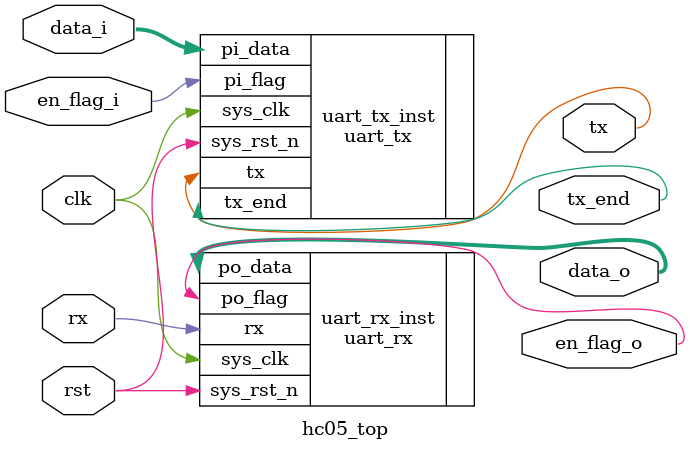
<source format=v>
module hc05_top( 

    input         clk ,
    input         rst , 
//----------------�������ź���----------------------------
    input  [7:0]  data_i ,       //׼�����͵Ĳ����ź�
    input         en_flag_i ,    //�����Ĳ�����Ч�źţ��ߵ�ƽʱ�Ż��data_iͨ���������ⷢ��

    output [7:0]  data_o ,       //׼�����ܵĲ����ź�
    output        en_flag_o,     //�����ź���Ч��־��Ϊ1ʱ��ʾdata_o��Ч

//----------------������ź���----------------------------
    input         rx ,           //���������ն���ӵ��ź� 
    output        tx ,           //���������Ͷ���ӵ��ź�
    output        tx_end

 );



uart_tx uart_tx_inst (
     .sys_clk    (clk        ) ,   //ϵͳʱ��50MHz
     .sys_rst_n  (rst        ) ,   //ȫ�ָ�λ
     .pi_data    (data_i     ) ,   //ģ�������8bit����
     .pi_flag    (en_flag_i  ) ,   //����������Ч��־�ź�,��Ч�ſ�ʼ����
     .tx         (tx         ) ,   //��ת�����1bit����
     .tx_end     (tx_end     )
);




uart_rx uart_rx_inst(
    .sys_clk     (clk         ),   //ϵͳʱ��50MHz
    .sys_rst_n   (rst         ),   //ȫ�ָ�λ
    .rx          (rx          ),   //���ڽ�������
    .po_data     (data_o      ),   //��ת�����8bit����
    .po_flag     (en_flag_o   )    //��ת�����������Ч��־�źţ���Ч��Ϊ1
);



endmodule
</source>
